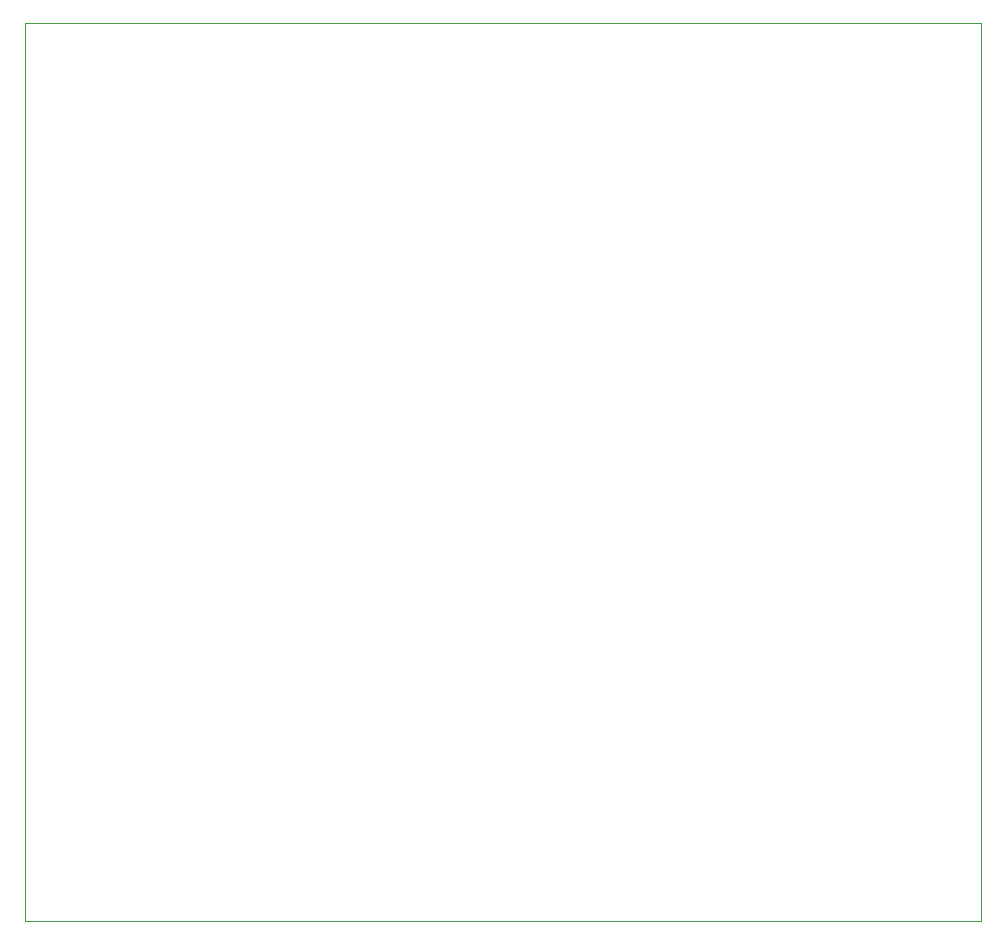
<source format=gm1>
G04 #@! TF.GenerationSoftware,KiCad,Pcbnew,(6.0.1)*
G04 #@! TF.CreationDate,2022-01-19T01:46:26+10:00*
G04 #@! TF.ProjectId,RedPyKeeb_MCU,52656450-794b-4656-9562-5f4d43552e6b,rev?*
G04 #@! TF.SameCoordinates,Original*
G04 #@! TF.FileFunction,Profile,NP*
%FSLAX46Y46*%
G04 Gerber Fmt 4.6, Leading zero omitted, Abs format (unit mm)*
G04 Created by KiCad (PCBNEW (6.0.1)) date 2022-01-19 01:46:26*
%MOMM*%
%LPD*%
G01*
G04 APERTURE LIST*
G04 #@! TA.AperFunction,Profile*
%ADD10C,0.100000*%
G04 #@! TD*
G04 #@! TA.AperFunction,Profile*
%ADD11C,0.050000*%
G04 #@! TD*
G04 APERTURE END LIST*
D10*
X16200000Y-91200000D02*
X16200000Y-15200000D01*
X97200000Y-15200000D02*
X97200000Y-91200000D01*
D11*
X16200000Y-91200000D02*
X97200000Y-91200000D01*
D10*
X16200000Y-15200000D02*
X97200000Y-15200000D01*
M02*

</source>
